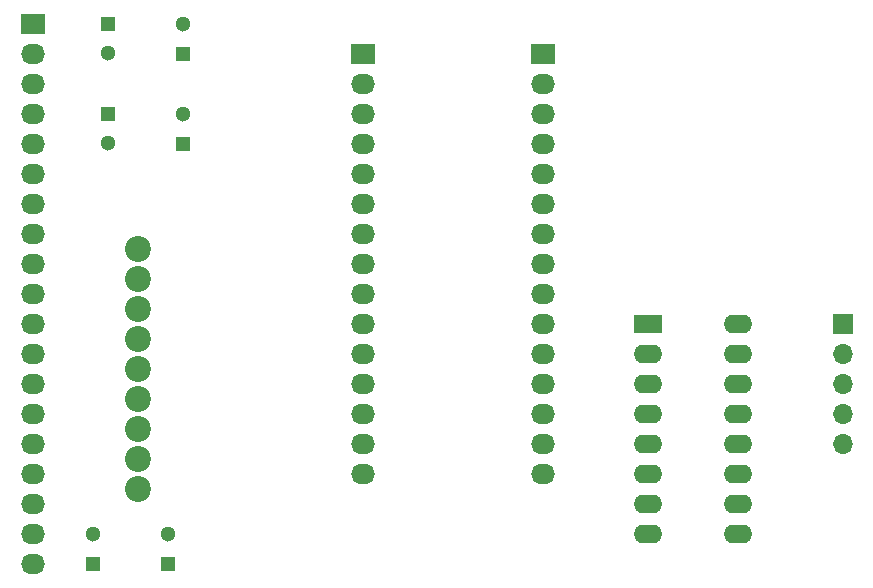
<source format=gbs>
G04 #@! TF.FileFunction,Soldermask,Bot*
%FSLAX46Y46*%
G04 Gerber Fmt 4.6, Leading zero omitted, Abs format (unit mm)*
G04 Created by KiCad (PCBNEW 4.0.7-e2-6376~61~ubuntu18.04.1) date Thu Feb 13 23:54:19 2020*
%MOMM*%
%LPD*%
G01*
G04 APERTURE LIST*
%ADD10C,0.100000*%
%ADD11R,1.300000X1.300000*%
%ADD12C,1.300000*%
%ADD13R,2.032000X1.727200*%
%ADD14O,2.032000X1.727200*%
%ADD15C,2.200000*%
%ADD16R,2.400000X1.600000*%
%ADD17O,2.400000X1.600000*%
%ADD18R,1.700000X1.700000*%
%ADD19O,1.700000X1.700000*%
G04 APERTURE END LIST*
D10*
D11*
X124460000Y-143510000D03*
D12*
X124460000Y-141010000D03*
D11*
X130810000Y-143510000D03*
D12*
X130810000Y-141010000D03*
D11*
X132080000Y-100330000D03*
D12*
X132080000Y-97830000D03*
D11*
X125730000Y-97790000D03*
D12*
X125730000Y-100290000D03*
D11*
X132080000Y-107950000D03*
D12*
X132080000Y-105450000D03*
D11*
X125730000Y-105410000D03*
D12*
X125730000Y-107910000D03*
D13*
X119380000Y-97790000D03*
D14*
X119380000Y-100330000D03*
X119380000Y-102870000D03*
X119380000Y-105410000D03*
X119380000Y-107950000D03*
X119380000Y-110490000D03*
X119380000Y-113030000D03*
X119380000Y-115570000D03*
X119380000Y-118110000D03*
X119380000Y-120650000D03*
X119380000Y-123190000D03*
X119380000Y-125730000D03*
X119380000Y-128270000D03*
X119380000Y-130810000D03*
X119380000Y-133350000D03*
X119380000Y-135890000D03*
X119380000Y-138430000D03*
X119380000Y-140970000D03*
X119380000Y-143510000D03*
D15*
X128270000Y-116840000D03*
X128270000Y-119380000D03*
X128270000Y-121920000D03*
X128270000Y-124460000D03*
X128270000Y-127000000D03*
X128270000Y-129540000D03*
X128270000Y-132080000D03*
X128270000Y-134620000D03*
X128270000Y-137160000D03*
D13*
X147320000Y-100330000D03*
D14*
X147320000Y-102870000D03*
X147320000Y-105410000D03*
X147320000Y-107950000D03*
X147320000Y-110490000D03*
X147320000Y-113030000D03*
X147320000Y-115570000D03*
X147320000Y-118110000D03*
X147320000Y-120650000D03*
X147320000Y-123190000D03*
X147320000Y-125730000D03*
X147320000Y-128270000D03*
X147320000Y-130810000D03*
X147320000Y-133350000D03*
X147320000Y-135890000D03*
D13*
X162560000Y-100330000D03*
D14*
X162560000Y-102870000D03*
X162560000Y-105410000D03*
X162560000Y-107950000D03*
X162560000Y-110490000D03*
X162560000Y-113030000D03*
X162560000Y-115570000D03*
X162560000Y-118110000D03*
X162560000Y-120650000D03*
X162560000Y-123190000D03*
X162560000Y-125730000D03*
X162560000Y-128270000D03*
X162560000Y-130810000D03*
X162560000Y-133350000D03*
X162560000Y-135890000D03*
D16*
X171450000Y-123190000D03*
D17*
X179070000Y-140970000D03*
X171450000Y-125730000D03*
X179070000Y-138430000D03*
X171450000Y-128270000D03*
X179070000Y-135890000D03*
X171450000Y-130810000D03*
X179070000Y-133350000D03*
X171450000Y-133350000D03*
X179070000Y-130810000D03*
X171450000Y-135890000D03*
X179070000Y-128270000D03*
X171450000Y-138430000D03*
X179070000Y-125730000D03*
X171450000Y-140970000D03*
X179070000Y-123190000D03*
D18*
X187960000Y-123190000D03*
D19*
X187960000Y-125730000D03*
X187960000Y-128270000D03*
X187960000Y-130810000D03*
X187960000Y-133350000D03*
M02*

</source>
